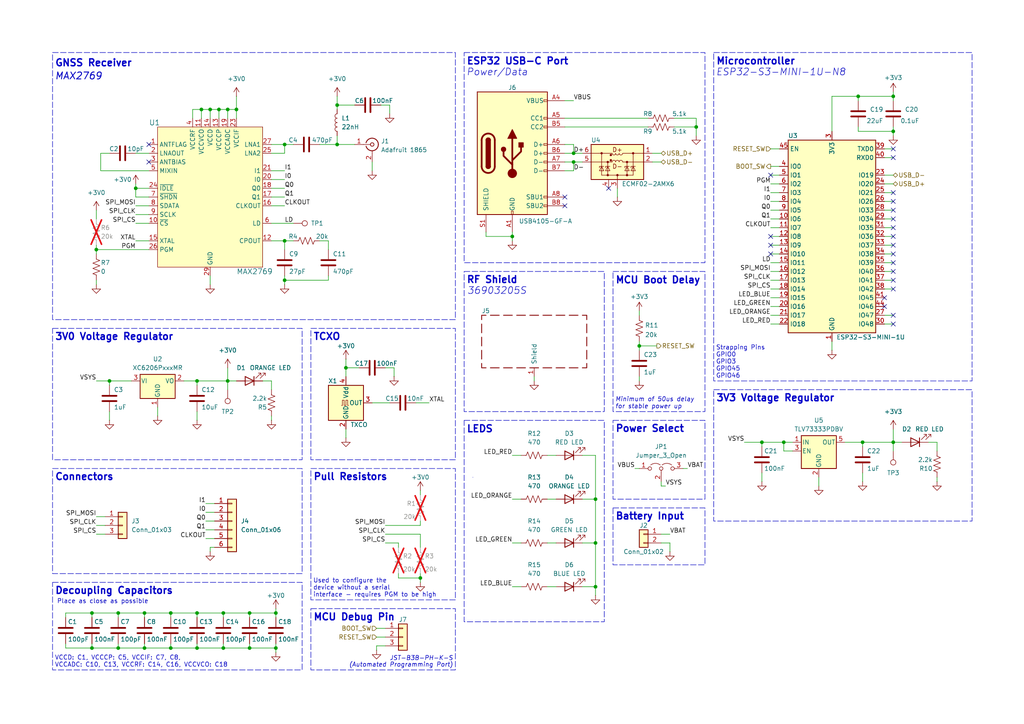
<source format=kicad_sch>
(kicad_sch (version 20231120) (generator "eeschema") (generator_version "8.0")
  (paper "A4")
  (title_block (title "Aurora GNSS Receiver v0.1") (date "2025-05-05") (rev "A") (company "Illinois Space Society") (comment 1 "Based off of iliasam's STM32F4_SDR_GPS") (comment 4 "Contributors: Thomas McManamen"))
  (lib_symbols
    (symbol "+3V3_1" (power) (pin_numbers hide) (pin_names (offset 0) hide)
      (property "Value" "+3V3" (at 0 3.556 0))
      (symbol "+3V3_1_1_1"
        (pin power_in line (at 0 0 90) (length 0) (name "~") (number "1"))
      )
    )
    (symbol "Connector:Conn_Coaxial" (pin_names (offset 1.016) hide)
      (property "Reference" "J" (at 0.254 3.048 0))
      (property "Value" "Conn_Coaxial" (at 2.921 0 90))
      (symbol "Conn_Coaxial_1_1"
        (pin passive line (at -5.08 0 0) (length 2.54) (name "In") (number "1"))
        (pin passive line (at 0 -5.08 90) (length 2.54) (name "Ext") (number "2"))
      )
    )
    (symbol "Connector:TestPoint" (pin_numbers hide) (pin_names (offset 0.762) hide)
      (property "Reference" "TP" (at 0 6.858 0))
      (property "Value" "TestPoint" (at 0 5.08 0))
      (symbol "TestPoint_1_1"
        (pin passive line (at 0 0 90) (length 2.54) (name "1") (number "1"))
      )
    )
    (symbol "Connector:USB_C_Receptacle_USB2.0" (pin_names (offset 1.016))
      (property "Reference" "J101" (at 0 22.86 0))
      (property "Value" "USB4105-GF-A" (at 0 20.32 0))
      (symbol "USB_C_Receptacle_USB2.0_1_1"
        (pin passive line (at 0 -22.86 90) (length 5.08) (name "GND") (number "A1"))
        (pin passive line (at 0 -22.86 90) (length 5.08) hide (name "GND") (number "A12"))
        (pin passive line (at 15.24 15.24 180) (length 5.08) (name "VBUS") (number "A4"))
        (pin bidirectional line (at 15.24 10.16 180) (length 5.08) (name "CC1") (number "A5"))
        (pin bidirectional line (at 15.24 2.54 180) (length 5.08) (name "D+") (number "A6"))
        (pin bidirectional line (at 15.24 -2.54 180) (length 5.08) (name "D-") (number "A7"))
        (pin bidirectional line (at 15.24 -12.7 180) (length 5.08) (name "SBU1") (number "A8"))
        (pin passive line (at 15.24 15.24 180) (length 5.08) hide (name "VBUS") (number "A9"))
        (pin passive line (at 0 -22.86 90) (length 5.08) hide (name "GND") (number "B1"))
        (pin passive line (at 0 -22.86 90) (length 5.08) hide (name "GND") (number "B12"))
        (pin passive line (at 15.24 15.24 180) (length 5.08) hide (name "VBUS") (number "B4"))
        (pin bidirectional line (at 15.24 7.62 180) (length 5.08) (name "CC2") (number "B5"))
        (pin bidirectional line (at 15.24 0 180) (length 5.08) (name "D+") (number "B6"))
        (pin bidirectional line (at 15.24 -5.08 180) (length 5.08) (name "D-") (number "B7"))
        (pin bidirectional line (at 15.24 -15.24 180) (length 5.08) (name "SBU2") (number "B8"))
        (pin passive line (at 15.24 15.24 180) (length 5.08) hide (name "VBUS") (number "B9"))
        (pin passive line (at -7.62 -22.86 90) (length 5.08) (name "SHIELD") (number "S1"))
      )
    )
    (symbol "Connector_Generic:Conn_01x02" (pin_names (offset 1.016) hide)
      (property "Reference" "J" (at 0 2.54 0))
      (property "Value" "Conn_01x02" (at 0 -5.08 0))
      (symbol "Conn_01x02_1_1"
        (pin passive line (at -5.08 0 0) (length 3.81) (name "Pin_1") (number "1"))
        (pin passive line (at -5.08 -2.54 0) (length 3.81) (name "Pin_2") (number "2"))
      )
    )
    (symbol "Connector_Generic:Conn_01x03" (pin_names (offset 1.016) hide)
      (property "Reference" "J" (at 0 5.08 0))
      (property "Value" "Conn_01x03" (at 0 -5.08 0))
      (symbol "Conn_01x03_1_1"
        (pin passive line (at -5.08 2.54 0) (length 3.81) (name "Pin_1") (number "1"))
        (pin passive line (at -5.08 0 0) (length 3.81) (name "Pin_2") (number "2"))
        (pin passive line (at -5.08 -2.54 0) (length 3.81) (name "Pin_3") (number "3"))
      )
    )
    (symbol "Connector_Generic:Conn_01x06" (pin_names (offset 1.016) hide)
      (property "Reference" "J" (at 0 7.62 0))
      (property "Value" "Conn_01x06" (at 0 -10.16 0))
      (symbol "Conn_01x06_1_1"
        (pin passive line (at -5.08 5.08 0) (length 3.81) (name "Pin_1") (number "1"))
        (pin passive line (at -5.08 2.54 0) (length 3.81) (name "Pin_2") (number "2"))
        (pin passive line (at -5.08 0 0) (length 3.81) (name "Pin_3") (number "3"))
        (pin passive line (at -5.08 -2.54 0) (length 3.81) (name "Pin_4") (number "4"))
        (pin passive line (at -5.08 -5.08 0) (length 3.81) (name "Pin_5") (number "5"))
        (pin passive line (at -5.08 -7.62 0) (length 3.81) (name "Pin_6") (number "6"))
      )
    )
    (symbol "Device:C" (pin_numbers hide) (pin_names (offset 0.254))
      (property "Reference" "C" (at 0.635 2.54 0))
      (property "Value" "C" (at 0.635 -2.54 0))
      (symbol "C_1_1"
        (pin passive line (at 0 3.81 270) (length 2.794) (name "~") (number "1"))
        (pin passive line (at 0 -3.81 90) (length 2.794) (name "~") (number "2"))
      )
    )
    (symbol "Device:L" (pin_numbers hide) (pin_names (offset 1.016) hide)
      (property "Reference" "L" (at -1.27 0 90))
      (property "Value" "L" (at 1.905 0 90))
      (symbol "L_1_1"
        (pin passive line (at 0 3.81 270) (length 1.27) (name "1") (number "1"))
        (pin passive line (at 0 -3.81 90) (length 1.27) (name "2") (number "2"))
      )
    )
    (symbol "Device:LED" (pin_numbers hide) (pin_names (offset 1.016) hide)
      (property "Reference" "D" (at 0 2.54 0))
      (property "Value" "LED" (at 0 -2.54 0))
      (symbol "LED_1_1"
        (pin passive line (at -3.81 0 0) (length 2.54) (name "K") (number "1"))
        (pin passive line (at 3.81 0 180) (length 2.54) (name "A") (number "2"))
      )
    )
    (symbol "Device:RFShield_OnePiece" (pin_names (offset 1.016))
      (property "Reference" "J" (at 0 5.08 0))
      (property "Value" "RFShield_OnePiece" (at 0 2.54 0))
      (symbol "RFShield_OnePiece_1_1"
        (pin passive line (at 0 -10.16 90) (length 2.54) (name "Shield") (number "1"))
      )
    )
    (symbol "Device:R_US" (pin_numbers hide) (pin_names (offset 0))
      (property "Reference" "R" (at 2.54 0 90))
      (property "Value" "R_US" (at -2.54 0 90))
      (symbol "R_US_1_1"
        (pin passive line (at 0 3.81 270) (length 1.27) (name "~") (number "1"))
        (pin passive line (at 0 -3.81 90) (length 1.27) (name "~") (number "2"))
      )
    )
    (symbol "Jumper:Jumper_3_Open" (pin_names (offset 0) hide) (exclude_from_sim yes) (in_bom no)
      (property "Reference" "JP" (at -2.54 -2.54 0))
      (property "Value" "Jumper_3_Open" (at 0 2.794 0))
      (symbol "Jumper_3_Open_1_1"
        (pin passive line (at -6.35 0 0) (length 2.54) (name "A") (number "1"))
        (pin passive line (at 0 -3.81 90) (length 2.54) (name "C") (number "2"))
        (pin passive line (at 6.35 0 180) (length 2.54) (name "B") (number "3"))
      )
    )
    (symbol "Oscillator:ASE-xxxMHz" (pin_names (offset 0.254))
      (property "Reference" "X1" (at 12.7 6.3186 0))
      (property "Value" "TXCO" (at 12.7 3.7786 0))
      (symbol "ASE-xxxMHz_1_1"
        (pin no_connect line (at -7.62 0 0) (length 2.54) hide (name "NC") (number "1"))
        (pin power_in line (at 0 -7.62 90) (length 2.54) (name "GND") (number "2"))
        (pin output line (at 7.62 0 180) (length 2.54) (name "OUT") (number "3"))
        (pin power_in line (at 0 7.62 270) (length 2.54) (name "Vdd") (number "4"))
      )
    )
    (symbol "Power_Protection:ECMF02-2AMX6" (pin_names (offset 0.0254) hide)
      (property "Reference" "U" (at 0 10.16 0))
      (property "Value" "ECMF02-2AMX6" (at 0 7.62 0))
      (symbol "ECMF02-2AMX6_0_1"
        (text "D+" (at 0 3.556 0) (effects (font (size 1.27 1.27))))
        (text "D-" (at 0 -1.27 0) (effects (font (size 1.27 1.27))))
      )
      (symbol "ECMF02-2AMX6_1_1"
        (pin passive line (at -10.16 2.54 0) (length 2.54) (name "D+_in") (number "1"))
        (pin passive line (at -10.16 0 0) (length 2.54) (name "D-_in") (number "2"))
        (pin power_in line (at 0 -7.62 90) (length 2.54) (name "GND") (number "3"))
        (pin free line (at 2.54 -7.62 90) (length 2.54) (name "NC") (number "4"))
        (pin passive line (at 10.16 0 180) (length 2.54) (name "D-_out") (number "5"))
        (pin passive line (at 10.16 2.54 180) (length 2.54) (name "D+_out") (number "6"))
      )
    )
    (symbol "RF_GPS_Maxim:MAX2769"
      (property "Reference" "U" (at -15.24 22.86 0))
      (property "Value" "MAX2769" (at 10.16 -22.86 0))
      (symbol "MAX2769_1_1"
        (pin output line (at -17.78 15.24 0) (length 2.54) (name "ANTFLAG") (number "1"))
        (pin input line (at -17.78 -7.62 0) (length 2.54) (name "~{CS}") (number "10"))
        (pin power_in line (at -2.54 22.86 270) (length 2.54) (name "VCCVCO") (number "11"))
        (pin output line (at 17.78 -12.7 180) (length 2.54) (name "CPOUT") (number "12"))
        (pin power_in line (at 2.54 22.86 270) (length 2.54) (name "VCCCP") (number "13"))
        (pin power_in line (at 0 22.86 270) (length 2.54) (name "VCCD") (number "14"))
        (pin input line (at -17.78 -12.7 0) (length 2.54) (name "XTAL") (number "15"))
        (pin output line (at 17.78 -2.54 180) (length 2.54) (name "CLKOUT") (number "16"))
        (pin output line (at 17.78 0 180) (length 2.54) (name "Q1") (number "17"))
        (pin output line (at 17.78 2.54 180) (length 2.54) (name "Q0") (number "18"))
        (pin power_in line (at 5.08 22.86 270) (length 2.54) (name "VCCADC") (number "19"))
        (pin output line (at -17.78 12.7 0) (length 2.54) (name "LNAOUT") (number "2"))
        (pin output line (at 17.78 5.08 180) (length 2.54) (name "I0") (number "20"))
        (pin output line (at 17.78 7.62 180) (length 2.54) (name "I1") (number "21"))
        (pin no_connect line (at 15.24 -17.78 180) (length 2.54) hide (name "NC") (number "22"))
        (pin power_in line (at 7.62 22.86 270) (length 2.54) (name "VCCIF") (number "23"))
        (pin input line (at -17.78 2.54 0) (length 2.54) (name "~{IDLE}") (number "24"))
        (pin input line (at 17.78 12.7 180) (length 2.54) (name "LNA2") (number "25"))
        (pin input line (at -17.78 -15.24 0) (length 2.54) (name "PGM") (number "26"))
        (pin input line (at 17.78 15.24 180) (length 2.54) (name "LNA1") (number "27"))
        (pin no_connect line (at 15.24 -17.78 180) (length 2.54) hide (name "NC") (number "28"))
        (pin power_in line (at 0 -22.86 90) (length 2.54) (name "GND") (number "29"))
        (pin output line (at -17.78 10.16 0) (length 2.54) (name "ANTBIAS") (number "3"))
        (pin power_in line (at -5.08 22.86 270) (length 2.54) (name "VCCRF") (number "4"))
        (pin input line (at -17.78 7.62 0) (length 2.54) (name "MIXIN") (number "5"))
        (pin output line (at 17.78 -7.62 180) (length 2.54) (name "LD") (number "6"))
        (pin input line (at -17.78 0 0) (length 2.54) (name "~{SHDN}") (number "7"))
        (pin input line (at -17.78 -2.54 0) (length 2.54) (name "SDATA") (number "8"))
        (pin input line (at -17.78 -5.08 0) (length 2.54) (name "SCLK") (number "9"))
      )
    )
    (symbol "RF_Module:ESP32-S3-MINI-1U"
      (property "Reference" "U" (at -11.43 29.21 0))
      (property "Value" "ESP32-S3-MINI-1U" (at 12.7 29.21 0))
      (symbol "ESP32-S3-MINI-1U_1_1"
        (pin power_in line (at 0 -30.48 90) (length 2.54) (name "GND") (number "1"))
        (pin bidirectional line (at -15.24 5.08 0) (length 2.54) (name "IO6") (number "10"))
        (pin bidirectional line (at -15.24 2.54 0) (length 2.54) (name "IO7") (number "11"))
        (pin bidirectional line (at -15.24 0 0) (length 2.54) (name "IO8") (number "12"))
        (pin bidirectional line (at -15.24 -2.54 0) (length 2.54) (name "IO9") (number "13"))
        (pin bidirectional line (at -15.24 -5.08 0) (length 2.54) (name "IO10") (number "14"))
        (pin bidirectional line (at -15.24 -7.62 0) (length 2.54) (name "IO11") (number "15"))
        (pin bidirectional line (at -15.24 -10.16 0) (length 2.54) (name "IO12") (number "16"))
        (pin bidirectional line (at -15.24 -12.7 0) (length 2.54) (name "IO13") (number "17"))
        (pin bidirectional line (at -15.24 -15.24 0) (length 2.54) (name "IO14") (number "18"))
        (pin bidirectional line (at -15.24 -17.78 0) (length 2.54) (name "IO15") (number "19"))
        (pin passive line (at 0 -30.48 90) (length 2.54) hide (name "GND") (number "2"))
        (pin bidirectional line (at -15.24 -20.32 0) (length 2.54) (name "IO16") (number "20"))
        (pin bidirectional line (at -15.24 -22.86 0) (length 2.54) (name "IO17") (number "21"))
        (pin bidirectional line (at -15.24 -25.4 0) (length 2.54) (name "IO18") (number "22"))
        (pin bidirectional line (at 15.24 17.78 180) (length 2.54) (name "IO19") (number "23"))
        (pin bidirectional line (at 15.24 15.24 180) (length 2.54) (name "IO20") (number "24"))
        (pin bidirectional line (at 15.24 12.7 180) (length 2.54) (name "IO21") (number "25"))
        (pin bidirectional line (at 15.24 10.16 180) (length 2.54) (name "IO26") (number "26"))
        (pin bidirectional line (at 15.24 -22.86 180) (length 2.54) (name "IO47") (number "27"))
        (pin bidirectional line (at 15.24 7.62 180) (length 2.54) (name "IO33") (number "28"))
        (pin bidirectional line (at 15.24 5.08 180) (length 2.54) (name "IO34") (number "29"))
        (pin power_in line (at 0 30.48 270) (length 2.54) (name "3V3") (number "3"))
        (pin bidirectional line (at 15.24 -25.4 180) (length 2.54) (name "IO48") (number "30"))
        (pin bidirectional line (at 15.24 2.54 180) (length 2.54) (name "IO35") (number "31"))
        (pin bidirectional line (at 15.24 0 180) (length 2.54) (name "IO36") (number "32"))
        (pin bidirectional line (at 15.24 -2.54 180) (length 2.54) (name "IO37") (number "33"))
        (pin bidirectional line (at 15.24 -5.08 180) (length 2.54) (name "IO38") (number "34"))
        (pin bidirectional line (at 15.24 -7.62 180) (length 2.54) (name "IO39") (number "35"))
        (pin bidirectional line (at 15.24 -10.16 180) (length 2.54) (name "IO40") (number "36"))
        (pin bidirectional line (at 15.24 -12.7 180) (length 2.54) (name "IO41") (number "37"))
        (pin bidirectional line (at 15.24 -15.24 180) (length 2.54) (name "IO42") (number "38"))
        (pin bidirectional line (at 15.24 25.4 180) (length 2.54) (name "TXD0") (number "39"))
        (pin bidirectional line (at -15.24 20.32 0) (length 2.54) (name "IO0") (number "4"))
        (pin bidirectional line (at 15.24 22.86 180) (length 2.54) (name "RXD0") (number "40"))
        (pin bidirectional line (at 15.24 -17.78 180) (length 2.54) (name "IO45") (number "41"))
        (pin passive line (at 0 -30.48 90) (length 2.54) hide (name "GND") (number "42"))
        (pin passive line (at 0 -30.48 90) (length 2.54) hide (name "GND") (number "43"))
        (pin bidirectional line (at 15.24 -20.32 180) (length 2.54) (name "IO46") (number "44"))
        (pin input line (at -15.24 25.4 0) (length 2.54) (name "EN") (number "45"))
        (pin passive line (at 0 -30.48 90) (length 2.54) hide (name "GND") (number "46"))
        (pin passive line (at 0 -30.48 90) (length 2.54) hide (name "GND") (number "47"))
        (pin passive line (at 0 -30.48 90) (length 2.54) hide (name "GND") (number "48"))
        (pin passive line (at 0 -30.48 90) (length 2.54) hide (name "GND") (number "49"))
        (pin bidirectional line (at -15.24 17.78 0) (length 2.54) (name "IO1") (number "5"))
        (pin passive line (at 0 -30.48 90) (length 2.54) hide (name "GND") (number "50"))
        (pin passive line (at 0 -30.48 90) (length 2.54) hide (name "GND") (number "51"))
        (pin passive line (at 0 -30.48 90) (length 2.54) hide (name "GND") (number "52"))
        (pin passive line (at 0 -30.48 90) (length 2.54) hide (name "GND") (number "53"))
        (pin passive line (at 0 -30.48 90) (length 2.54) hide (name "GND") (number "54"))
        (pin passive line (at 0 -30.48 90) (length 2.54) hide (name "GND") (number "55"))
        (pin passive line (at 0 -30.48 90) (length 2.54) hide (name "GND") (number "56"))
        (pin passive line (at 0 -30.48 90) (length 2.54) hide (name "GND") (number "57"))
        (pin passive line (at 0 -30.48 90) (length 2.54) hide (name "GND") (number "58"))
        (pin passive line (at 0 -30.48 90) (length 2.54) hide (name "GND") (number "59"))
        (pin bidirectional line (at -15.24 15.24 0) (length 2.54) (name "IO2") (number "6"))
        (pin passive line (at 0 -30.48 90) (length 2.54) hide (name "GND") (number "60"))
        (pin passive line (at 0 -30.48 90) (length 2.54) hide (name "GND") (number "61"))
        (pin passive line (at 0 -30.48 90) (length 2.54) hide (name "GND") (number "62"))
        (pin passive line (at 0 -30.48 90) (length 2.54) hide (name "GND") (number "63"))
        (pin passive line (at 0 -30.48 90) (length 2.54) hide (name "GND") (number "64"))
        (pin passive line (at 0 -30.48 90) (length 2.54) hide (name "GND") (number "65"))
        (pin bidirectional line (at -15.24 12.7 0) (length 2.54) (name "IO3") (number "7"))
        (pin bidirectional line (at -15.24 10.16 0) (length 2.54) (name "IO4") (number "8"))
        (pin bidirectional line (at -15.24 7.62 0) (length 2.54) (name "IO5") (number "9"))
      )
    )
    (symbol "Regulator_Linear:TLV73333PDBV" (pin_names (offset 0.254))
      (property "Reference" "U" (at -3.81 5.715 0))
      (property "Value" "TLV73333PDBV" (at 0 5.715 0))
      (symbol "TLV73333PDBV_1_1"
        (pin power_in line (at -7.62 2.54 0) (length 2.54) (name "IN") (number "1"))
        (pin power_in line (at 0 -7.62 90) (length 2.54) (name "GND") (number "2"))
        (pin input line (at -7.62 0 0) (length 2.54) (name "EN") (number "3"))
        (pin no_connect line (at 5.08 0 180) (length 2.54) hide (name "NC") (number "4"))
        (pin power_out line (at 7.62 2.54 180) (length 2.54) (name "OUT") (number "5"))
      )
    )
    (symbol "Regulator_Linear:XC6206PxxxMR" (pin_names (offset 0.254))
      (property "Reference" "U" (at -3.81 3.175 0))
      (property "Value" "XC6206PxxxMR" (at 0 3.175 0))
      (symbol "XC6206PxxxMR_1_1"
        (pin power_in line (at 0 -7.62 90) (length 2.54) (name "GND") (number "1"))
        (pin power_out line (at 7.62 0 180) (length 2.54) (name "VO") (number "2"))
        (pin power_in line (at -7.62 0 0) (length 2.54) (name "VI") (number "3"))
      )
    )
    (symbol "power:+3V0" (power) (pin_numbers hide) (pin_names (offset 0) hide)
      (property "Value" "+3V0" (at 0 3.556 0))
      (symbol "+3V0_1_1"
        (pin power_in line (at 0 0 90) (length 0) (name "~") (number "1"))
      )
    )
    (symbol "power:+3V3" (power) (pin_names (offset 0))
      (property "Value" "+3V3" (at 0 3.556 0))
      (symbol "+3V3_1_1"
        (pin power_in line (at 0 0 90) (length 0) hide (name "+3V3") (number "1"))
      )
    )
    (symbol "power:GND" (power) (pin_numbers hide) (pin_names (offset 0) hide)
      (property "Value" "GND" (at 0 -3.81 0))
      (symbol "GND_1_1"
        (pin power_in line (at 0 0 270) (length 0) (name "~") (number "1"))
      )
    )
  )
  (junction (at 26.67 177.8))
  (junction (at 68.58 31.75))
  (junction (at 248.92 27.94))
  (junction (at 57.15 187.96))
  (junction (at 49.53 177.8))
  (junction (at 64.77 177.8))
  (junction (at 80.01 177.8))
  (junction (at 201.93 36.83))
  (junction (at 82.55 81.28))
  (junction (at 49.53 187.96))
  (junction (at 64.77 187.96))
  (junction (at 58.42 31.75))
  (junction (at 63.5 31.75))
  (junction (at 41.91 177.8))
  (junction (at 57.15 110.49))
  (junction (at 97.79 41.91))
  (junction (at 41.91 187.96))
  (junction (at 26.67 187.96))
  (junction (at 220.98 128.27))
  (junction (at 166.37 46.99))
  (junction (at 172.72 157.48))
  (junction (at 97.79 30.48))
  (junction (at 72.39 187.96))
  (junction (at 60.96 31.75))
  (junction (at 100.33 106.68))
  (junction (at 31.75 110.49))
  (junction (at 34.29 187.96))
  (junction (at 185.42 100.33))
  (junction (at 227.33 128.27))
  (junction (at 121.92 167.64))
  (junction (at 250.19 128.27))
  (junction (at 82.55 69.85))
  (junction (at 72.39 177.8))
  (junction (at 259.08 128.27))
  (junction (at 82.55 41.91))
  (junction (at 34.29 177.8))
  (junction (at 172.72 170.18))
  (junction (at 259.08 38.1))
  (junction (at 27.94 72.39))
  (junction (at 66.04 110.49))
  (junction (at 166.37 44.45))
  (junction (at 80.01 187.96))
  (junction (at 259.08 27.94))
  (junction (at 66.04 31.75))
  (junction (at 172.72 144.78))
  (junction (at 39.37 54.61))
  (junction (at 57.15 177.8))
  (junction (at 148.59 68.58))
  (no_connect (at 259.08 66.04))
  (no_connect (at 223.52 71.12))
  (no_connect (at 43.18 41.91))
  (no_connect (at 259.08 91.44))
  (no_connect (at 176.53 54.61))
  (no_connect (at 163.83 59.69))
  (no_connect (at 259.08 45.72))
  (no_connect (at 223.52 68.58))
  (no_connect (at 256.54 86.36))
  (no_connect (at 259.08 60.96))
  (no_connect (at 259.08 78.74))
  (no_connect (at 259.08 83.82))
  (no_connect (at 259.08 71.12))
  (no_connect (at 259.08 81.28))
  (no_connect (at 256.54 88.9))
  (no_connect (at 259.08 58.42))
  (no_connect (at 163.83 57.15))
  (no_connect (at 259.08 73.66))
  (no_connect (at 259.08 55.88))
  (no_connect (at 259.08 76.2))
  (no_connect (at 259.08 93.98))
  (no_connect (at 259.08 43.18))
  (no_connect (at 43.18 46.99))
  (no_connect (at 259.08 63.5))
  (no_connect (at 223.52 73.66))
  (no_connect (at 259.08 68.58))
  (no_connect (at 223.52 50.8))
  (wire (pts (xy 179.07 57.15) (xy 179.07 54.61)))
  (wire (pts (xy 31.75 119.38) (xy 31.75 121.92)))
  (wire (pts (xy 113.03 30.48) (xy 110.49 30.48)))
  (wire (pts (xy 39.37 62.23) (xy 43.18 62.23)))
  (wire (pts (xy 168.91 157.48) (xy 172.72 157.48)))
  (wire (pts (xy 64.77 186.69) (xy 64.77 187.96)))
  (wire (pts (xy 248.92 36.83) (xy 248.92 38.1)))
  (wire (pts (xy 59.69 148.59) (xy 62.23 148.59)))
  (wire (pts (xy 226.06 73.66) (xy 223.52 73.66)))
  (wire (pts (xy 121.92 154.94) (xy 121.92 158.75)))
  (wire (pts (xy 259.08 81.28) (xy 256.54 81.28)))
  (wire (pts (xy 148.59 170.18) (xy 151.13 170.18)))
  (wire (pts (xy 121.92 151.13) (xy 121.92 152.4)))
  (wire (pts (xy 271.78 128.27) (xy 271.78 130.81)))
  (wire (pts (xy 194.31 154.94) (xy 191.77 154.94)))
  (wire (pts (xy 172.72 132.08) (xy 168.91 132.08)))
  (wire (pts (xy 72.39 187.96) (xy 64.77 187.96)))
  (wire (pts (xy 41.91 177.8) (xy 41.91 179.07)))
  (wire (pts (xy 121.92 168.91) (xy 121.92 167.64)))
  (wire (pts (xy 82.55 59.69) (xy 78.74 59.69)))
  (wire (pts (xy 185.42 90.17) (xy 185.42 91.44)))
  (wire (pts (xy 148.59 157.48) (xy 151.13 157.48)))
  (wire (pts (xy 115.57 157.48) (xy 115.57 158.75)))
  (wire (pts (xy 185.42 99.06) (xy 185.42 100.33)))
  (wire (pts (xy 193.04 140.97) (xy 191.77 140.97)))
  (wire (pts (xy 97.79 30.48) (xy 102.87 30.48)))
  (wire (pts (xy 39.37 69.85) (xy 43.18 69.85)))
  (wire (pts (xy 115.57 167.64) (xy 115.57 166.37)))
  (wire (pts (xy 82.55 52.07) (xy 78.74 52.07)))
  (wire (pts (xy 82.55 49.53) (xy 78.74 49.53)))
  (wire (pts (xy 27.94 110.49) (xy 31.75 110.49)))
  (wire (pts (xy 66.04 110.49) (xy 68.58 110.49)))
  (wire (pts (xy 199.39 135.89) (xy 198.12 135.89)))
  (wire (pts (xy 158.75 132.08) (xy 161.29 132.08)))
  (wire (pts (xy 66.04 31.75) (xy 66.04 34.29)))
  (wire (pts (xy 49.53 187.96) (xy 41.91 187.96)))
  (wire (pts (xy 34.29 186.69) (xy 34.29 187.96)))
  (wire (pts (xy 49.53 177.8) (xy 49.53 179.07)))
  (wire (pts (xy 39.37 57.15) (xy 39.37 54.61)))
  (wire (pts (xy 226.06 76.2) (xy 223.52 76.2)))
  (wire (pts (xy 85.09 41.91) (xy 82.55 41.91)))
  (wire (pts (xy 95.25 69.85) (xy 95.25 72.39)))
  (wire (pts (xy 259.08 124.46) (xy 259.08 128.27)))
  (wire (pts (xy 82.55 82.55) (xy 82.55 81.28)))
  (wire (pts (xy 114.3 106.68) (xy 111.76 106.68)))
  (wire (pts (xy 82.55 69.85) (xy 78.74 69.85)))
  (wire (pts (xy 269.24 128.27) (xy 271.78 128.27)))
  (wire (pts (xy 60.96 160.02) (xy 60.96 158.75)))
  (wire (pts (xy 49.53 186.69) (xy 49.53 187.96)))
  (wire (pts (xy 194.31 160.02) (xy 194.31 157.48)))
  (wire (pts (xy 113.03 33.02) (xy 113.03 30.48)))
  (wire (pts (xy 121.92 167.64) (xy 115.57 167.64)))
  (wire (pts (xy 223.52 50.8) (xy 226.06 50.8)))
  (wire (pts (xy 223.52 60.96) (xy 226.06 60.96)))
  (wire (pts (xy 215.9 128.27) (xy 220.98 128.27)))
  (wire (pts (xy 39.37 64.77) (xy 43.18 64.77)))
  (wire (pts (xy 226.06 81.28) (xy 223.52 81.28)))
  (wire (pts (xy 227.33 128.27) (xy 229.87 128.27)))
  (wire (pts (xy 259.08 55.88) (xy 256.54 55.88)))
  (wire (pts (xy 57.15 177.8) (xy 57.15 179.07)))
  (wire (pts (xy 163.83 36.83) (xy 187.96 36.83)))
  (wire (pts (xy 68.58 31.75) (xy 66.04 31.75)))
  (wire (pts (xy 82.55 69.85) (xy 85.09 69.85)))
  (wire (pts (xy 82.55 57.15) (xy 78.74 57.15)))
  (wire (pts (xy 111.76 187.325) (xy 109.22 187.325)))
  (wire (pts (xy 92.71 69.85) (xy 95.25 69.85)))
  (wire (pts (xy 223.52 43.18) (xy 226.06 43.18)))
  (wire (pts (xy 166.37 49.53) (xy 163.83 49.53)))
  (wire (pts (xy 64.77 177.8) (xy 64.77 179.07)))
  (wire (pts (xy 34.29 177.8) (xy 41.91 177.8)))
  (wire (pts (xy 185.42 109.22) (xy 185.42 110.49)))
  (wire (pts (xy 226.06 83.82) (xy 223.52 83.82)))
  (wire (pts (xy 220.98 137.16) (xy 220.98 139.7)))
  (wire (pts (xy 58.42 31.75) (xy 58.42 34.29)))
  (wire (pts (xy 223.52 58.42) (xy 226.06 58.42)))
  (wire (pts (xy 259.08 91.44) (xy 256.54 91.44)))
  (wire (pts (xy 250.19 128.27) (xy 250.19 129.54)))
  (wire (pts (xy 166.37 46.99) (xy 166.37 49.53)))
  (wire (pts (xy 41.91 187.96) (xy 34.29 187.96)))
  (wire (pts (xy 34.29 187.96) (xy 26.67 187.96)))
  (wire (pts (xy 100.33 104.14) (xy 100.33 106.68)))
  (wire (pts (xy 259.08 76.2) (xy 256.54 76.2)))
  (wire (pts (xy 166.37 46.99) (xy 168.91 46.99)))
  (wire (pts (xy 78.74 120.65) (xy 78.74 121.92)))
  (wire (pts (xy 39.37 59.69) (xy 43.18 59.69)))
  (wire (pts (xy 223.52 55.88) (xy 226.06 55.88)))
  (wire (pts (xy 220.98 128.27) (xy 227.33 128.27)))
  (wire (pts (xy 19.05 179.07) (xy 19.05 177.8)))
  (wire (pts (xy 41.91 177.8) (xy 49.53 177.8)))
  (wire (pts (xy 185.42 100.33) (xy 185.42 101.6)))
  (wire (pts (xy 80.01 177.8) (xy 80.01 179.07)))
  (wire (pts (xy 172.72 144.78) (xy 172.72 157.48)))
  (wire (pts (xy 58.42 31.75) (xy 55.88 31.75)))
  (wire (pts (xy 27.94 72.39) (xy 43.18 72.39)))
  (wire (pts (xy 226.06 66.04) (xy 223.52 66.04)))
  (wire (pts (xy 163.83 46.99) (xy 166.37 46.99)))
  (wire (pts (xy 172.72 144.78) (xy 168.91 144.78)))
  (wire (pts (xy 109.22 187.325) (xy 109.22 188.595)))
  (wire (pts (xy 95.25 81.28) (xy 95.25 80.01)))
  (wire (pts (xy 26.67 177.8) (xy 26.67 179.07)))
  (wire (pts (xy 27.94 60.96) (xy 27.94 63.5)))
  (wire (pts (xy 248.92 38.1) (xy 259.08 38.1)))
  (wire (pts (xy 31.75 110.49) (xy 31.75 111.76)))
  (wire (pts (xy 223.52 91.44) (xy 226.06 91.44)))
  (wire (pts (xy 80.01 186.69) (xy 80.01 187.96)))
  (wire (pts (xy 226.06 86.36) (xy 223.52 86.36)))
  (wire (pts (xy 66.04 106.68) (xy 66.04 110.49)))
  (wire (pts (xy 27.94 152.4) (xy 30.48 152.4)))
  (wire (pts (xy 184.15 135.89) (xy 185.42 135.89)))
  (wire (pts (xy 72.39 177.8) (xy 80.01 177.8)))
  (wire (pts (xy 63.5 31.75) (xy 60.96 31.75)))
  (wire (pts (xy 256.54 63.5) (xy 259.08 63.5)))
  (wire (pts (xy 29.21 49.53) (xy 43.18 49.53)))
  (wire (pts (xy 148.59 68.58) (xy 140.97 68.58)))
  (wire (pts (xy 97.79 39.37) (xy 97.79 41.91)))
  (wire (pts (xy 259.08 128.27) (xy 261.62 128.27)))
  (wire (pts (xy 57.15 186.69) (xy 57.15 187.96)))
  (wire (pts (xy 26.67 187.96) (xy 19.05 187.96)))
  (wire (pts (xy 60.96 31.75) (xy 60.96 34.29)))
  (wire (pts (xy 227.33 128.27) (xy 227.33 130.81)))
  (wire (pts (xy 250.19 137.16) (xy 250.19 139.7)))
  (wire (pts (xy 259.08 50.8) (xy 256.54 50.8)))
  (wire (pts (xy 59.69 156.21) (xy 62.23 156.21)))
  (wire (pts (xy 166.37 41.91) (xy 166.37 44.45)))
  (wire (pts (xy 78.74 44.45) (xy 82.55 44.45)))
  (wire (pts (xy 109.22 184.785) (xy 111.76 184.785)))
  (wire (pts (xy 100.33 106.68) (xy 104.14 106.68)))
  (wire (pts (xy 163.83 44.45) (xy 166.37 44.45)))
  (wire (pts (xy 111.76 152.4) (xy 121.92 152.4)))
  (wire (pts (xy 223.52 53.34) (xy 226.06 53.34)))
  (wire (pts (xy 43.18 57.15) (xy 39.37 57.15)))
  (wire (pts (xy 60.96 158.75) (xy 62.23 158.75)))
  (wire (pts (xy 29.21 44.45) (xy 29.21 49.53)))
  (wire (pts (xy 39.37 44.45) (xy 43.18 44.45)))
  (wire (pts (xy 80.01 189.23) (xy 80.01 187.96)))
  (wire (pts (xy 259.08 71.12) (xy 256.54 71.12)))
  (wire (pts (xy 82.55 80.01) (xy 82.55 81.28)))
  (wire (pts (xy 248.92 29.21) (xy 248.92 27.94)))
  (wire (pts (xy 124.46 116.84) (xy 120.65 116.84)))
  (wire (pts (xy 271.78 138.43) (xy 271.78 139.7)))
  (wire (pts (xy 259.08 36.83) (xy 259.08 38.1)))
  (wire (pts (xy 259.08 27.94) (xy 259.08 29.21)))
  (wire (pts (xy 195.58 36.83) (xy 201.93 36.83)))
  (wire (pts (xy 248.92 27.94) (xy 241.3 27.94)))
  (wire (pts (xy 63.5 31.75) (xy 63.5 34.29)))
  (wire (pts (xy 68.58 27.94) (xy 68.58 31.75)))
  (wire (pts (xy 148.59 132.08) (xy 151.13 132.08)))
  (wire (pts (xy 158.75 144.78) (xy 161.29 144.78)))
  (wire (pts (xy 60.96 31.75) (xy 58.42 31.75)))
  (wire (pts (xy 259.08 73.66) (xy 256.54 73.66)))
  (wire (pts (xy 256.54 58.42) (xy 259.08 58.42)))
  (wire (pts (xy 43.18 54.61) (xy 39.37 54.61)))
  (wire (pts (xy 259.08 68.58) (xy 256.54 68.58)))
  (wire (pts (xy 59.69 146.05) (xy 62.23 146.05)))
  (wire (pts (xy 41.91 186.69) (xy 41.91 187.96)))
  (wire (pts (xy 189.23 44.45) (xy 191.77 44.45)))
  (wire (pts (xy 57.15 110.49) (xy 66.04 110.49)))
  (wire (pts (xy 154.94 110.49) (xy 154.94 109.22)))
  (wire (pts (xy 82.55 41.91) (xy 82.55 44.45)))
  (wire (pts (xy 19.05 186.69) (xy 19.05 187.96)))
  (wire (pts (xy 220.98 128.27) (xy 220.98 129.54)))
  (wire (pts (xy 78.74 110.49) (xy 78.74 113.03)))
  (wire (pts (xy 256.54 43.18) (xy 259.08 43.18)))
  (wire (pts (xy 31.75 110.49) (xy 38.1 110.49)))
  (wire (pts (xy 111.76 157.48) (xy 115.57 157.48)))
  (wire (pts (xy 49.53 177.8) (xy 57.15 177.8)))
  (wire (pts (xy 256.54 93.98) (xy 259.08 93.98)))
  (wire (pts (xy 259.08 38.1) (xy 259.08 39.37)))
  (wire (pts (xy 166.37 29.21) (xy 163.83 29.21)))
  (wire (pts (xy 27.94 72.39) (xy 27.94 73.66)))
  (wire (pts (xy 256.54 45.72) (xy 259.08 45.72)))
  (wire (pts (xy 27.94 71.12) (xy 27.94 72.39)))
  (wire (pts (xy 82.55 54.61) (xy 78.74 54.61)))
  (wire (pts (xy 27.94 81.28) (xy 27.94 82.55)))
  (wire (pts (xy 97.79 30.48) (xy 97.79 31.75)))
  (wire (pts (xy 53.34 110.49) (xy 57.15 110.49)))
  (wire (pts (xy 194.31 157.48) (xy 191.77 157.48)))
  (wire (pts (xy 201.93 39.37) (xy 201.93 36.83)))
  (wire (pts (xy 39.37 54.61) (xy 39.37 53.34)))
  (wire (pts (xy 57.15 119.38) (xy 57.15 121.92)))
  (wire (pts (xy 195.58 34.29) (xy 201.93 34.29)))
  (wire (pts (xy 223.52 88.9) (xy 226.06 88.9)))
  (wire (pts (xy 19.05 177.8) (xy 26.67 177.8)))
  (wire (pts (xy 72.39 186.69) (xy 72.39 187.96)))
  (wire (pts (xy 172.72 172.72) (xy 172.72 170.18)))
  (wire (pts (xy 259.08 53.34) (xy 256.54 53.34)))
  (wire (pts (xy 259.08 27.94) (xy 259.08 26.67)))
  (wire (pts (xy 60.96 80.01) (xy 60.96 82.55)))
  (wire (pts (xy 148.59 144.78) (xy 151.13 144.78)))
  (wire (pts (xy 163.83 41.91) (xy 166.37 41.91)))
  (wire (pts (xy 57.15 111.76) (xy 57.15 110.49)))
  (wire (pts (xy 172.72 157.48) (xy 172.72 170.18)))
  (wire (pts (xy 59.69 153.67) (xy 62.23 153.67)))
  (wire (pts (xy 226.06 78.74) (xy 223.52 78.74)))
  (wire (pts (xy 226.06 71.12) (xy 223.52 71.12)))
  (wire (pts (xy 226.06 63.5) (xy 223.52 63.5)))
  (wire (pts (xy 166.37 44.45) (xy 168.91 44.45)))
  (wire (pts (xy 34.29 177.8) (xy 34.29 179.07)))
  (wire (pts (xy 148.59 68.58) (xy 148.59 69.85)))
  (wire (pts (xy 250.19 128.27) (xy 259.08 128.27)))
  (wire (pts (xy 26.67 177.8) (xy 34.29 177.8)))
  (wire (pts (xy 100.33 124.46) (xy 100.33 127)))
  (wire (pts (xy 76.2 110.49) (xy 78.74 110.49)))
  (wire (pts (xy 185.42 100.33) (xy 190.5 100.33)))
  (wire (pts (xy 64.77 177.8) (xy 72.39 177.8)))
  (wire (pts (xy 237.49 138.43) (xy 237.49 140.97)))
  (wire (pts (xy 66.04 110.49) (xy 66.04 113.03)))
  (wire (pts (xy 189.23 46.99) (xy 191.77 46.99)))
  (wire (pts (xy 97.79 27.94) (xy 97.79 30.48)))
  (wire (pts (xy 82.55 72.39) (xy 82.55 69.85)))
  (wire (pts (xy 57.15 177.8) (xy 64.77 177.8)))
  (wire (pts (xy 107.95 46.99) (xy 107.95 49.53)))
  (wire (pts (xy 78.74 41.91) (xy 82.55 41.91)))
  (wire (pts (xy 256.54 66.04) (xy 259.08 66.04)))
  (wire (pts (xy 27.94 149.86) (xy 30.48 149.86)))
  (wire (pts (xy 259.08 83.82) (xy 256.54 83.82)))
  (wire (pts (xy 226.06 48.26) (xy 223.52 48.26)))
  (wire (pts (xy 72.39 177.8) (xy 72.39 179.07)))
  (wire (pts (xy 92.71 41.91) (xy 97.79 41.91)))
  (wire (pts (xy 158.75 170.18) (xy 161.29 170.18)))
  (wire (pts (xy 45.72 118.11) (xy 45.72 120.65)))
  (wire (pts (xy 111.76 154.94) (xy 121.92 154.94)))
  (wire (pts (xy 227.33 130.81) (xy 229.87 130.81)))
  (wire (pts (xy 64.77 187.96) (xy 57.15 187.96)))
  (wire (pts (xy 172.72 132.08) (xy 172.72 144.78)))
  (wire (pts (xy 68.58 31.75) (xy 68.58 34.29)))
  (wire (pts (xy 66.04 31.75) (xy 63.5 31.75)))
  (wire (pts (xy 57.15 187.96) (xy 49.53 187.96)))
  (wire (pts (xy 55.88 31.75) (xy 55.88 34.29)))
  (wire (pts (xy 223.52 68.58) (xy 226.06 68.58)))
  (wire (pts (xy 168.91 170.18) (xy 172.72 170.18)))
  (wire (pts (xy 107.95 116.84) (xy 113.03 116.84)))
  (wire (pts (xy 245.11 128.27) (xy 250.19 128.27)))
  (wire (pts (xy 121.92 142.24) (xy 121.92 143.51)))
  (wire (pts (xy 163.83 34.29) (xy 187.96 34.29)))
  (wire (pts (xy 158.75 157.48) (xy 161.29 157.48)))
  (wire (pts (xy 191.77 140.97) (xy 191.77 139.7)))
  (wire (pts (xy 248.92 27.94) (xy 259.08 27.94)))
  (wire (pts (xy 114.3 109.22) (xy 114.3 106.68)))
  (wire (pts (xy 100.33 106.68) (xy 100.33 109.22)))
  (wire (pts (xy 80.01 176.53) (xy 80.01 177.8)))
  (wire (pts (xy 259.08 78.74) (xy 256.54 78.74)))
  (wire (pts (xy 31.75 44.45) (xy 29.21 44.45)))
  (wire (pts (xy 241.3 27.94) (xy 241.3 38.1)))
  (wire (pts (xy 241.3 99.06) (xy 241.3 101.6)))
  (wire (pts (xy 259.08 128.27) (xy 259.08 130.81)))
  (wire (pts (xy 78.74 64.77) (xy 85.09 64.77)))
  (wire (pts (xy 201.93 34.29) (xy 201.93 36.83)))
  (wire (pts (xy 121.92 166.37) (xy 121.92 167.64)))
  (wire (pts (xy 80.01 187.96) (xy 72.39 187.96)))
  (wire (pts (xy 102.87 41.91) (xy 97.79 41.91)))
  (wire (pts (xy 27.94 154.94) (xy 30.48 154.94)))
  (wire (pts (xy 148.59 67.31) (xy 148.59 68.58)))
  (wire (pts (xy 82.55 81.28) (xy 95.25 81.28)))
  (wire (pts (xy 140.97 67.31) (xy 140.97 68.58)))
  (wire (pts (xy 256.54 60.96) (xy 259.08 60.96)))
  (wire (pts (xy 223.52 93.98) (xy 226.06 93.98)))
  (wire (pts (xy 109.22 182.245) (xy 111.76 182.245)))
  (wire (pts (xy 59.69 151.13) (xy 62.23 151.13)))
  (wire (pts (xy 26.67 186.69) (xy 26.67 187.96)))
  (rectangle (start 15.24 15.24) (end 132.08 92.71) (stroke (width 0) (type dash)))
  (rectangle (start 90.17 135.89) (end 132.08 173.99) (stroke (width 0) (type dash)))
  (rectangle (start 90.17 95.25) (end 132.08 133.35) (stroke (width 0) (type dash)))
  (rectangle (start 134.62 78.74) (end 175.26 119.38) (stroke (width 0) (type dash)))
  (rectangle (start 177.8 121.92) (end 204.47 144.78) (stroke (width 0) (type dash)))
  (rectangle (start 177.8 78.74) (end 204.47 119.38) (stroke (width 0) (type dash)))
  (rectangle (start 134.62 121.92) (end 175.26 180.34) (stroke (width 0) (type dash)))
  (rectangle (start 90.17 176.53) (end 132.08 194.31) (stroke (width 0) (type dash)))
  (rectangle (start 207.01 113.03) (end 281.94 151.13) (stroke (width 0) (type dash)))
  (rectangle (start 137.16 138.43) (end 137.16 138.43))
  (rectangle (start 15.24 95.25) (end 87.63 133.35) (stroke (width 0) (type dash)))
  (rectangle (start 177.8 147.32) (end 204.47 163.83) (stroke (width 0) (type dash)))
  (rectangle (start 15.24 135.89) (end 87.63 166.37) (stroke (width 0) (type dash)))
  (rectangle (start 134.62 15.24) (end 204.47 76.2) (stroke (width 0) (type dash)))
  (rectangle (start 207.01 15.24) (end 281.94 110.49) (stroke (width 0) (type dash)))
  (rectangle (start 15.24 168.91) (end 87.63 194.31) (stroke (width 0) (type dash)))
  (text "MAX2769" (at 15.875 22.225 0) (effects (font (size 2 2) (thickness 0.25) (italic yes)) (justify left)))
  (text "LEDS" (at 135.255 125.73 0) (effects (font (size 2 2) (thickness 0.4) (bold yes)) (justify left bottom)))
  (text "Microcontroller" (at 207.645 19.05 0) (effects (font (size 2 2) (bold yes)) (justify left bottom)))
  (text "GNSS Receiver" (at 15.875 18.415 0) (effects (font (size 2 2) (thickness 0.4) (bold yes)) (justify left)))
  (text "Pull Resistors" (at 90.805 138.43 0) (effects (font (size 2 2) (thickness 0.4) (bold yes)) (justify left)))
  (text "Decoupling Capacitors" (at 15.875 171.45 0) (effects (font (size 2 2) (thickness 0.4) (bold yes)) (justify left)))
  (text "RF Shield" (at 135.255 81.28 0) (effects (font (size 2 2) (thickness 0.4) (bold yes)) (justify left)))
  (text "MCU Debug Pin\n\n" (at 90.805 183.515 0) (effects (font (size 2 2) (thickness 0.4) (bold yes)) (justify left bottom)))
  (text "Used to configure the \ndevice without a serial \ninterface - requires PGM to be high" (at 90.805 173.355 0) (effects (font (size 1.27 1.27)) (justify left bottom)))
  (text "3V0 Voltage Regulator" (at 15.875 97.79 0) (effects (font (size 2 2) (thickness 0.4) (bold yes)) (justify left)))
  (text "TCXO" (at 90.805 97.79 0) (effects (font (size 2 2) (thickness 0.4) (bold yes)) (justify left)))
  (text "JST-B3B-PH-K-S" (at 131.445 191.77 0) (effects (font (size 1.27 1.27) (italic yes)) (justify right bottom)))
  (text "Power/Data" (at 135.255 22.225 0) (effects (font (size 2 2) (italic yes)) (justify left bottom)))
  (text "36903205S" (at 144.145 84.455 0) (effects (font (size 2 2) (italic yes))))
  (text "MCU Boot Delay" (at 178.435 82.55 0) (effects (font (size 2 2) (thickness 0.4) (bold yes)) (justify left bottom)))
  (text "3V3 Voltage Regulator" (at 207.645 115.57 0) (effects (font (size 2 2) (thickness 0.4) (bold yes)) (justify left)))
  (text "Battery Input" (at 178.435 149.86 0) (effects (font (size 2 2) (thickness 0.4) (bold yes)) (justify left)))
  (text "Strapping Pins\nGPIO0\nGPIO3\nGPIO45\nGPIO46" (at 207.645 109.855 0) (effects (font (size 1.27 1.27)) (justify left bottom)))
  (text "Minimum of 50us delay\nfor stable power up\n" (at 178.435 118.745 0) (effects (font (size 1.27 1.27) (italic yes)) (justify left bottom)))
  (text "ESP32 USB-C Port\n" (at 135.255 19.05 0) (effects (font (size 2 2) (thickness 0.4) (bold yes)) (justify left bottom)))
  (text "Place as close as possible" (at 16.51 175.26 0) (effects (font (size 1.27 1.27)) (justify left bottom)))
  (text "VCCD: C1, VCCCP: C5, VCCIF: C7, C8, \nVCCADC: C10, C13, VCCRF: C14, C16, VCCVCO: C18" (at 15.875 193.675 0) (effects (font (size 1.27 1.27)) (justify left bottom)))
  (text "Connectors" (at 15.875 138.43 0) (effects (font (size 2 2) (thickness 0.4) (bold yes)) (justify left)))
  (text "ESP32-S3-MINI-1U-N8" (at 207.645 22.225 0) (effects (font (size 2 2) (italic yes)) (justify left bottom)))
  (text "(Automated Programming Port)" (at 131.445 193.675 0) (effects (font (size 1.27 1.27) (italic yes)) (justify right bottom)))
  (text "Power Select" (at 178.435 124.46 0) (effects (font (size 2 2) (thickness 0.4) (bold yes)) (justify left)))
  (label "LED_ORANGE" (at 223.52 91.44 180))
  (label "I1" (at 59.69 146.05 180))
  (label "Q1" (at 59.69 153.67 180))
  (label "LED_RED" (at 223.52 93.98 180))
  (label "Q1" (at 82.55 57.15 0))
  (label "LED_BLUE" (at 223.52 86.36 180))
  (label "SPI_CS" (at 39.37 64.77 180))
  (label "I0" (at 59.69 148.59 180))
  (label "SPI_CLK" (at 111.76 154.94 180))
  (label "CLKOUT" (at 59.69 156.21 180))
  (label "LED_RED" (at 148.59 132.08 180))
  (label "VBAT" (at 199.39 135.89 0))
  (label "D-" (at 166.37 49.53 0))
  (label "XTAL" (at 124.46 116.84 0))
  (label "VBAT" (at 194.31 154.94 0))
  (label "LED_ORANGE" (at 148.59 144.78 180))
  (label "SPI_CS" (at 111.76 157.48 180))
  (label "I0" (at 223.52 58.42 180))
  (label "XTAL" (at 39.37 69.85 180))
  (label "PGM" (at 223.52 53.34 180))
  (label "SPI_MOSI" (at 39.37 59.69 180))
  (label "VSYS" (at 193.04 140.97 0))
  (label "I1" (at 82.55 49.53 0))
  (label "Q0" (at 82.55 54.61 0))
  (label "Q0" (at 223.52 60.96 180))
  (label "SPI_CS" (at 223.52 83.82 180))
  (label "LD" (at 223.52 76.2 180))
  (label "SPI_CS" (at 27.94 154.94 180))
  (label "LED_GREEN" (at 223.52 88.9 180))
  (label "SPI_MOSI" (at 27.94 149.86 180))
  (label "SPI_CLK" (at 223.52 81.28 180))
  (label "Q1" (at 223.52 63.5 180))
  (label "SPI_MOSI" (at 223.52 78.74 180))
  (label "CLKOUT" (at 223.52 66.04 180))
  (label "LED_BLUE" (at 148.59 170.18 180))
  (label "I1" (at 223.52 55.88 180))
  (label "PGM" (at 39.37 72.39 180))
  (label "SPI_CLK" (at 39.37 62.23 180))
  (label "D+" (at 166.37 44.45 0))
  (label "I0" (at 82.55 52.07 0))
  (label "SPI_CLK" (at 27.94 152.4 180))
  (label "CLKOUT" (at 82.55 59.69 0))
  (label "VSYS" (at 27.94 110.49 180))
  (label "LED_GREEN" (at 148.59 157.48 180))
  (label "SPI_MOSI" (at 111.76 152.4 180))
  (label "VSYS" (at 215.9 128.27 180))
  (label "VBUS" (at 184.15 135.89 180))
  (label "VBUS" (at 166.37 29.21 0))
  (label "Q0" (at 59.69 151.13 180))
  (label "LD" (at 82.55 64.77 0))
  (hierarchical_label "BOOT_SW" (shape output) (at 223.52 48.26 180))
  (hierarchical_label "USB_D-" (shape bidirectional) (at 191.77 46.99 0))
  (hierarchical_label "USB_D-" (shape bidirectional) (at 259.08 50.8 0))
  (hierarchical_label "USB_D+" (shape bidirectional) (at 259.08 53.34 0))
  (hierarchical_label "RESET_SW" (shape output) (at 190.5 100.33 0))
  (hierarchical_label "RESET_SW" (shape input) (at 223.52 43.18 180))
  (hierarchical_label "RESET_SW" (shape input) (at 109.22 184.785 180))
  (hierarchical_label "BOOT_SW" (shape input) (at 109.22 182.245 180))
  (hierarchical_label "USB_D+" (shape bidirectional) (at 191.77 44.45 0))
  (symbol (lib_id "power:GND") (at 220.98 139.7 0) (unit 1)
    (property "Reference" "#PWR032" (effects (hide yes)))
    (property "Value" "GND" (effects (hide yes)))
  )
  (symbol (lib_id "Device:C") (at 26.67 182.88 0) (unit 1)
    (property "Reference" "C5" (at 27.305 180.34 0) (effects (justify left)))
    (property "Value" "100nF" (at 27.305 185.42 0) (effects (justify left)))
    (property "Footprint" "Capacitor_SMD:C_0603_1608Metric" (effects (hide yes)))
    (property "Description" "Unpolarized capacitor" (effects (hide yes)))
  )
  (symbol (lib_id "power:GND") (at 60.96 160.02 0) (unit 1)
    (property "Reference" "#PWR019" (effects (hide yes)))
    (property "Value" "GND" (effects (hide yes)))
    (property "Description" "Power symbol creates a global label with name \"GND\" , ground" (effects (hide yes)))
  )
  (symbol (lib_id "power:GND") (at 237.49 140.97 0) (unit 1)
    (property "Reference" "#PWR031" (effects (hide yes)))
    (property "Value" "GND" (effects (hide yes)))
  )
  (symbol (lib_id "Device:R_US") (at 154.94 157.48 90) (unit 1)
    (property "Reference" "R14" (at 154.94 151.13 90))
    (property "Value" "470" (at 154.94 153.67 90))
    (property "Footprint" "Resistor_SMD:R_0603_1608Metric" (effects (hide yes)))
  )
  (symbol (lib_id "Connector:TestPoint") (at 85.09 64.77 270) (unit 1)
    (property "Reference" "TP1" (at 90.17 64.77 90) (effects (justify left)))
    (property "Value" "TestPoint" (effects (hide yes)))
    (property "Footprint" "TestPoint:TestPoint_Pad_D1.0mm" (effects (hide yes)))
    (property "Description" "test point" (effects (hide yes)))
  )
  (symbol (lib_id "power:GND") (at 82.55 82.55 0) (unit 1)
    (property "Reference" "#PWR06" (effects (hide yes)))
    (property "Value" "GND" (effects (hide yes)))
    (property "Description" "Power symbol creates a global label with name \"GND\" , ground" (effects (hide yes)))
  )
  (symbol (lib_id "Device:C") (at 250.19 133.35 0) (unit 1)
    (property "Reference" "C22" (at 251.46 130.81 0) (effects (justify left)))
    (property "Value" "1uF" (at 251.46 135.89 0) (effects (justify left)))
    (property "Footprint" "Capacitor_SMD:C_0603_1608Metric" (effects (hide yes)))
    (property "Description" "Unpolarized capacitor" (effects (hide yes)))
  )
  (symbol (lib_id "power:GND") (at 259.08 39.37 0) (unit 1)
    (property "Reference" "#PWR027" (effects (hide yes)))
    (property "Value" "GND" (effects (hide yes)))
  )
  (symbol (lib_id "Device:C") (at 106.68 30.48 270) (unit 1)
    (property "Reference" "C6" (at 102.87 29.21 90) (effects (justify left)))
    (property "Value" "100nF" (at 107.95 29.21 90) (effects (justify left)))
    (property "Footprint" "Capacitor_SMD:C_0603_1608Metric" (effects (hide yes)))
    (property "Description" "Unpolarized capacitor" (effects (hide yes)))
  )
  (symbol (lib_id "power:+3V0") (at 66.04 106.68 0) (unit 1)
    (property "Reference" "#PWR018" (effects (hide yes)))
    (property "Value" "+3V0" (at 66.04 101.6 0))
    (property "Description" "Power symbol creates a global label with name \"+3V0\"" (effects (hide yes)))
  )
  (symbol (lib_id "Connector:TestPoint") (at 259.08 130.81 180) (unit 1)
    (property "Reference" "TP3" (at 259.08 137.16 0))
    (property "Value" "TestPoint" (effects (hide yes)))
    (property "Footprint" "TestPoint:TestPoint_THTPad_D1.5mm_Drill0.7mm" (effects (hide yes)))
    (property "Description" "test point" (effects (hide yes)))
  )
  (symbol (lib_id "Device:R_US") (at 88.9 69.85 90) (unit 1)
    (property "Reference" "R4" (at 86.36 68.58 90) (effects (justify left)))
    (property "Value" "20k" (at 95.25 68.58 90) (effects (justify left)))
    (property "Footprint" "Resistor_SMD:R_0603_1608Metric" (effects (hide yes)))
    (property "Description" "Resistor, US symbol" (effects (hide yes)))
  )
  (symbol (lib_id "Device:C") (at 248.92 33.02 0) (mirror x) (unit 1)
    (property "Reference" "C19" (at 254.254 31.75 0))
    (property "Value" "22uF" (at 253.746 35.052 0))
    (property "Footprint" "Capacitor_SMD:C_0603_1608Metric" (effects (hide yes)))
  )
  (symbol (lib_id "Connector_Generic:Conn_01x06") (at 67.31 151.13 0) (unit 1)
    (property "Reference" "J4" (at 69.85 151.1299 0) (effects (justify left)))
    (property "Value" "Conn_01x06" (at 69.85 153.6699 0) (effects (justify left)))
    (property "Footprint" "Connector_PinHeader_2.54mm:PinHeader_1x06_P2.54mm_Vertical" (effects (hide yes)))
    (property "Description" "Generic connector, single row, 01x06, script generated (kicad-library-utils/schlib/autogen/connector/)" (effects (hide yes)))
  )
  (symbol (lib_id "power:GND") (at 185.42 110.49 0) (unit 1)
    (property "Reference" "#PWR038" (effects (hide yes)))
    (property "Value" "GND" (effects (hide yes)))
  )
  (symbol (lib_id "power:GND") (at 57.15 121.92 0) (unit 1)
    (property "Reference" "#PWR016" (effects (hide yes)))
    (property "Value" "GND" (effects (hide yes)))
    (property "Description" "Power symbol creates a global label with name \"GND\" , ground" (effects (hide yes)))
  )
  (symbol (lib_name "+3V3_1") (lib_id "power:+3V3") (at 259.08 124.46 0) (unit 1)
    (property "Reference" "#PWR034" (effects (hide yes)))
    (property "Value" "+3V3" (at 259.08 119.38 0))
    (property "Description" "Power symbol creates a global label with name \"+3V3\"" (effects (hide yes)))
  )
  (symbol (lib_id "power:+3V3") (at 185.42 90.17 0) (unit 1)
    (property "Reference" "#PWR037" (effects (hide yes)))
    (property "Value" "+3V3" (at 185.42 86.0369 0))
  )
  (symbol (lib_id "power:GND") (at 109.22 188.595 0) (unit 1)
    (property "Reference" "#PWR036" (effects (hide yes)))
    (property "Value" "GND" (effects (hide yes)))
  )
  (symbol (lib_id "Device:LED") (at 265.43 128.27 180) (unit 1)
    (property "Reference" "D2" (at 261.62 124.46 0) (effects (justify right)))
    (property "Value" "RED LED" (at 265.43 124.46 0) (effects (justify right)))
    (property "Footprint" "LED_SMD:LED_0603_1608Metric" (effects (hide yes)))
    (property "Description" "Light emitting diode" (effects (hide yes)))
  )
  (symbol (lib_id "Device:R_US") (at 191.77 36.83 90) (unit 1)
    (property "Reference" "R9" (at 189.23 38.1 90) (effects (justify left)))
    (property "Value" "5.1k" (at 194.945 38.1 90) (effects (justify right)))
    (property "Footprint" "Resistor_SMD:R_0603_1608Metric" (effects (hide yes)))
  )
  (symbol (lib_id "Device:C") (at 116.84 116.84 270) (unit 1)
    (property "Reference" "C15" (at 111.76 115.57 90) (effects (justify left)))
    (property "Value" "10nF" (at 118.11 115.57 90) (effects (justify left)))
    (property "Footprint" "Capacitor_SMD:C_0603_1608Metric" (effects (hide yes)))
    (property "Description" "Unpolarized capacitor" (effects (hide yes)))
  )
  (symbol (lib_id "Connector:USB_C_Receptacle_USB2.0") (at 148.59 44.45 0) (unit 1)
    (property "Reference" "J6" (at 148.59 25.4 0))
    (property "Value" "USB4105-GF-A" (at 150.495 64.135 0) (effects (justify left)))
    (property "Footprint" "Connector_USB:USB_C_Receptacle_GCT_USB4105-xx-A_16P_TopMnt_Horizontal" (effects (hide yes)))
    (property "Datasheet" "https://gct.co/connector/usb4105" (effects (hide yes)))
  )
  (symbol (lib_id "Power_Protection:ECMF02-2AMX6") (at 179.07 46.99 0) (mirror y) (unit 1)
    (property "Reference" "U4" (at 171.45 40.64 0) (effects (justify right)))
    (property "Value" "ECMF02-2AMX6" (at 180.34 53.34 0) (effects (justify right)))
    (property "Footprint" "Package_DFN_QFN:ST_UQFN-6L_1.5x1.7mm_P0.5mm" (effects (hide yes)))
    (property "Datasheet" "https://www.st.com/resource/en/datasheet/ecmf02-2amx6.pdf" (effects (hide yes)))
  )
  (symbol (lib_id "Device:R_US") (at 154.94 144.78 90) (unit 1)
    (property "Reference" "R13" (at 154.94 138.43 90))
    (property "Value" "470" (at 154.94 140.97 90))
    (property "Footprint" "Resistor_SMD:R_0603_1608Metric" (effects (hide yes)))
  )
  (symbol (lib_id "Device:R_US") (at 78.74 116.84 180) (unit 1)
    (property "Reference" "R5" (at 77.47 118.11 0) (effects (justify left)))
    (property "Value" "2.2k" (at 77.47 115.57 0) (effects (justify left)))
    (property "Footprint" "Resistor_SMD:R_0603_1608Metric" (effects (hide yes)))
    (property "Description" "Resistor, US symbol" (effects (hide yes)))
  )
  (symbol (lib_id "Device:R_US") (at 154.94 132.08 90) (unit 1)
    (property "Reference" "R12" (at 154.94 125.73 90))
    (property "Value" "470" (at 154.94 128.27 90))
    (property "Footprint" "Resistor_SMD:R_0603_1608Metric" (effects (hide yes)))
  )
  (symbol (lib_id "power:GND") (at 179.07 57.15 0) (unit 1)
    (property "Reference" "#PWR029" (effects (hide yes)))
    (property "Value" "GND" (effects (hide yes)))
  )
  (symbol (lib_id "Device:LED") (at 165.1 144.78 180) (unit 1)
    (property "Reference" "D4" (at 165.1 138.43 0))
    (property "Value" "ORANGE LED" (at 165.1 140.97 0))
    (property "Footprint" "LED_SMD:LED_0603_1608Metric" (effects (hide yes)))
    (property "Datasheet" "https://www.kingbrightusa.com/images/catalog/SPEC/APTD1608LSECK-J4-PF.pdf" (effects (hide yes)))
  )
  (symbol (lib_id "Device:LED") (at 165.1 170.18 180) (unit 1)
    (property "Reference" "D6" (at 165.1 163.83 0))
    (property "Value" "BLUE LED" (at 165.1 166.37 0))
    (property "Footprint" "LED_SMD:LED_0603_1608Metric" (effects (hide yes)))
    (property "Datasheet" "https://www.kingbrightusa.com/images/catalog/SPEC/APTD1608LVBC-D.pdf" (effects (hide yes)))
  )
  (symbol (lib_id "Device:R_US") (at 185.42 95.25 180) (unit 1)
    (property "Reference" "R11" (at 187.071 94.3415 0) (effects (justify right)))
    (property "Value" "20k" (at 187.071 97.1166 0) (effects (justify right)))
    (property "Footprint" "Resistor_SMD:R_0603_1608Metric" (effects (hide yes)))
  )
  (symbol (lib_id "Device:R_US") (at 115.57 162.56 180) (unit 1) (dnp yes)
    (property "Reference" "R2" (at 116.84 161.29 0) (effects (justify right)))
    (property "Value" "20k" (at 116.84 165.1 0) (effects (justify right)))
    (property "Footprint" "Resistor_SMD:R_0603_1608Metric" (effects (hide yes)))
    (property "Description" "Resistor, US symbol" (effects (hide yes)))
  )
  (symbol (lib_id "Device:LED") (at 165.1 157.48 180) (unit 1)
    (property "Reference" "D5" (at 165.1 151.13 0))
    (property "Value" "GREEN LED" (at 165.1 153.67 0))
    (property "Footprint" "LED_SMD:LED_0603_1608Metric" (effects (hide yes)))
    (property "Datasheet" "https://www.kingbrightusa.com/images/catalog/SPEC/APTD1608LZGCK.pdf" (effects (hide yes)))
  )
  (symbol (lib_id "Connector:Conn_Coaxial") (at 107.95 41.91 0) (unit 1)
    (property "Reference" "J1" (at 110.49 40.9331 0) (effects (justify left)))
    (property "Value" "Adafruit 1865" (at 110.49 43.4731 0) (effects (justify left)))
    (property "Footprint" "Connector_Coaxial:SMA_Molex_73251-2120_EdgeMount_Horizontal" (effects (hide yes)))
    (property "Description" "coaxial connector (BNC, SMA, SMB, SMC, Cinch/RCA, LEMO, ...)" (effects (hide yes)))
  )
  (symbol (lib_id "power:GND") (at 80.01 189.23 0) (unit 1)
    (property "Reference" "#PWR021" (effects (hide yes)))
    (property "Value" "GND" (effects (hide yes)))
    (property "Description" "Power symbol creates a global label with name \"GND\" , ground" (effects (hide yes)))
  )
  (symbol (lib_id "power:+3V0") (at 100.33 104.14 0) (unit 1)
    (property "Reference" "#PWR010" (effects (hide yes)))
    (property "Value" "+3V0" (at 100.33 100.33 0))
    (property "Description" "Power symbol creates a global label with name \"+3V0\"" (effects (hide yes)))
  )
  (symbol (lib_id "Device:C") (at 80.01 182.88 0) (unit 1)
    (property "Reference" "C18" (at 80.645 180.34 0) (effects (justify left)))
    (property "Value" "100nF" (at 80.645 185.42 0) (effects (justify left)))
    (property "Footprint" "Capacitor_SMD:C_0603_1608Metric" (effects (hide yes)))
    (property "Description" "Unpolarized capacitor" (effects (hide yes)))
  )
  (symbol (lib_id "power:GND") (at 194.31 160.02 0) (unit 1)
    (property "Reference" "#PWR013" (effects (hide yes)))
    (property "Value" "GND" (effects (hide yes)))
    (property "Description" "Power symbol creates a global label with name \"GND\" , ground" (effects (hide yes)))
  )
  (symbol (lib_id "Device:LED") (at 165.1 132.08 180) (unit 1)
    (property "Reference" "D3" (at 165.1 125.73 0))
    (property "Value" "RED LED" (at 165.1 128.27 0))
    (property "Footprint" "LED_SMD:LED_0603_1608Metric" (effects (hide yes)))
    (property "Datasheet" "https://www.kingbrightusa.com/images/catalog/SPEC/APT1608SURCK.pdf" (effects (hide yes)))
  )
  (symbol (lib_id "power:GND") (at 201.93 39.37 0) (unit 1)
    (property "Reference" "#PWR030" (effects (hide yes)))
    (property "Value" "GND" (effects (hide yes)))
  )
  (symbol (lib_id "Device:R_US") (at 154.94 170.18 90) (unit 1)
    (property "Reference" "R15" (at 154.94 163.83 90))
    (property "Value" "470" (at 154.94 166.37 90))
    (property "Footprint" "Resistor_SMD:R_0603_1608Metric" (effects (hide yes)))
  )
  (symbol (lib_id "Device:C") (at 41.91 182.88 0) (unit 1)
    (property "Reference" "C8" (at 42.545 180.34 0) (effects (justify left)))
    (property "Value" "100nF" (at 42.545 185.42 0) (effects (justify left)))
    (property "Footprint" "Capacitor_SMD:C_0603_1608Metric" (effects (hide yes)))
    (property "Description" "Unpolarized capacitor" (effects (hide yes)))
  )
  (symbol (lib_id "Device:C") (at 72.39 182.88 0) (unit 1)
    (property "Reference" "C16" (at 73.025 180.34 0) (effects (justify left)))
    (property "Value" "100nF" (at 73.025 185.42 0) (effects (justify left)))
    (property "Footprint" "Capacitor_SMD:C_0603_1608Metric" (effects (hide yes)))
    (property "Description" "Unpolarized capacitor" (effects (hide yes)))
  )
  (symbol (lib_id "Device:C") (at 220.98 133.35 0) (unit 1)
    (property "Reference" "C21" (at 221.615 130.81 0) (effects (justify left)))
    (property "Value" "100nF" (at 221.615 135.89 0) (effects (justify left)))
    (property "Footprint" "Capacitor_SMD:C_0603_1608Metric" (effects (hide yes)))
    (property "Description" "Unpolarized capacitor" (effects (hide yes)))
  )
  (symbol (lib_id "power:GND") (at 148.59 69.85 0) (unit 1)
    (property "Reference" "#PWR028" (effects (hide yes)))
    (property "Value" "GND" (effects (hide yes)))
  )
  (symbol (lib_id "power:GND") (at 78.74 121.92 0) (unit 1)
    (property "Reference" "#PWR017" (effects (hide yes)))
    (property "Value" "GND" (effects (hide yes)))
    (property "Description" "Power symbol creates a global label with name \"GND\" , ground" (effects (hide yes)))
  )
  (symbol (lib_id "power:+3V0") (at 27.94 60.96 0) (unit 1)
    (property "Reference" "#PWR03" (effects (hide yes)))
    (property "Value" "+3V0" (at 27.94 55.88 0))
    (property "Description" "Power symbol creates a global label with name \"+3V0\"" (effects (hide yes)))
  )
  (symbol (lib_id "Device:C") (at 95.25 76.2 0) (unit 1)
    (property "Reference" "C11" (at 96.52 73.66 0) (effects (justify left)))
    (property "Value" "470pF" (at 96.52 78.74 0) (effects (justify left)))
    (property "Footprint" "Capacitor_SMD:C_0603_1608Metric" (effects (hide yes)))
    (property "Description" "Unpolarized capacitor" (effects (hide yes)))
  )
  (symbol (lib_id "Device:C") (at 49.53 182.88 0) (unit 1)
    (property "Reference" "C10" (at 50.165 180.34 0) (effects (justify left)))
    (property "Value" "100pF" (at 50.165 185.42 0) (effects (justify left)))
    (property "Footprint" "Capacitor_SMD:C_0603_1608Metric" (effects (hide yes)))
    (property "Description" "Unpolarized capacitor" (effects (hide yes)))
  )
  (symbol (lib_id "power:GND") (at 121.92 168.91 0) (unit 1)
    (property "Reference" "#PWR025" (effects (hide yes)))
    (property "Value" "GND" (effects (hide yes)))
    (property "Description" "Power symbol creates a global label with name \"GND\" , ground" (effects (hide yes)))
  )
  (symbol (lib_id "power:GND") (at 241.3 101.6 0) (unit 1)
    (property "Reference" "#PWR023" (effects (hide yes)))
    (property "Value" "GND" (effects (hide yes)))
  )
  (symbol (lib_id "Device:L") (at 97.79 35.56 180) (unit 1)
    (property "Reference" "L1" (at 99.06 34.2899 0) (effects (justify right)))
    (property "Value" "22nH" (at 99.06 36.8299 0) (effects (justify right)))
    (property "Footprint" "Inductor_SMD:L_0603_1608Metric" (effects (hide yes)))
    (property "Description" "Inductor" (effects (hide yes)))
  )
  (symbol (lib_id "Connector_Generic:Conn_01x02") (at 186.69 154.94 0) (mirror y) (unit 1)
    (property "Reference" "J2" (at 186.69 152.4 0))
    (property "Value" "Conn_01x02" (at 186.69 160.02 0))
    (property "Footprint" "Connector_JST:JST_PH_S2B-PH-K_1x02_P2.00mm_Horizontal" (effects (hide yes)))
    (property "Description" "Generic connector, single row, 01x02, script generated (kicad-library-utils/schlib/autogen/connector/)" (effects (hide yes)))
  )
  (symbol (lib_id "Device:C") (at 31.75 115.57 0) (unit 1)
    (property "Reference" "C3" (at 33.02 113.03 0) (effects (justify left)))
    (property "Value" "1uF" (at 33.02 118.11 0) (effects (justify left)))
    (property "Footprint" "Capacitor_SMD:C_0603_1608Metric" (effects (hide yes)))
    (property "Description" "Unpolarized capacitor" (effects (hide yes)))
  )
  (symbol (lib_id "Device:C") (at 88.9 41.91 90) (unit 1)
    (property "Reference" "C4" (at 86.36 40.64 90) (effects (justify left)))
    (property "Value" "470pF" (at 96.52 40.64 90) (effects (justify left)))
    (property "Footprint" "Capacitor_SMD:C_0603_1608Metric" (effects (hide yes)))
    (property "Description" "Unpolarized capacitor" (effects (hide yes)))
  )
  (symbol (lib_id "Device:LED") (at 72.39 110.49 180) (unit 1)
    (property "Reference" "D1" (at 68.58 106.68 0) (effects (justify right)))
    (property "Value" "ORANGE LED" (at 72.39 106.68 0) (effects (justify right)))
    (property "Footprint" "LED_SMD:LED_0603_1608Metric" (effects (hide yes)))
    (property "Description" "Light emitting diode" (effects (hide yes)))
  )
  (symbol (lib_id "Device:C") (at 35.56 44.45 90) (unit 1)
    (property "Reference" "C2" (at 33.02 43.18 90))
    (property "Value" "10pF" (at 39.37 43.18 90))
    (property "Footprint" "Capacitor_SMD:C_0603_1608Metric" (effects (hide yes)))
    (property "Description" "Unpolarized capacitor" (effects (hide yes)))
  )
  (symbol (lib_id "Device:R_US") (at 271.78 134.62 180) (unit 1)
    (property "Reference" "R10" (at 270.51 135.89 0) (effects (justify left)))
    (property "Value" "2.2k" (at 270.51 133.35 0) (effects (justify left)))
    (property "Footprint" "Resistor_SMD:R_0603_1608Metric" (effects (hide yes)))
    (property "Description" "Resistor, US symbol" (effects (hide yes)))
  )
  (symbol (lib_id "RF_GPS_Maxim:MAX2769") (at 60.96 57.15 0) (unit 1)
    (property "Reference" "U1" (at 43.18 35.56 0) (effects (font (size 1.524 1.524)) (justify left)))
    (property "Value" "MAX2769" (at 68.58 78.74 0) (effects (font (size 1.524 1.524)) (justify left)))
    (property "Footprint" "Package_DFN_QFN:QFN-28-1EP_5x5mm_P0.5mm_EP3.35x3.35mm_ThermalVias" (effects (hide yes)))
    (property "Datasheet" "https://www.analog.com/media/en/technical-documentation/data-sheets/MAX2769.pdf" (effects (hide yes)))
    (property "Description" "MAX2769 Universal GPS Receiver" (effects (hide yes)))
  )
  (symbol (lib_id "Connector_Generic:Conn_01x03") (at 35.56 152.4 0) (unit 1)
    (property "Reference" "J3" (at 38.1 151.13 0) (effects (justify left)))
    (property "Value" "Conn_01x03" (at 38.1 153.67 0) (effects (justify left)))
    (property "Footprint" "Connector_PinHeader_2.54mm:PinHeader_1x03_P2.54mm_Vertical" (effects (hide yes)))
    (property "Description" "Generic connector, single row, 01x03, script generated (kicad-library-utils/schlib/autogen/connector/)" (effects (hide yes)))
  )
  (symbol (lib_id "power:+3V0") (at 97.79 27.94 0) (unit 1)
    (property "Reference" "#PWR08" (effects (hide yes)))
    (property "Value" "+3V0" (at 97.79 22.86 0))
    (property "Description" "Power symbol creates a global label with name \"+3V0\"" (effects (hide yes)))
  )
  (symbol (lib_id "power:+3V0") (at 68.58 27.94 0) (unit 1)
    (property "Reference" "#PWR01" (effects (hide yes)))
    (property "Value" "+3V0" (at 68.58 22.86 0))
    (property "Description" "Power symbol creates a global label with name \"+3V0\"" (effects (hide yes)))
  )
  (symbol (lib_id "Device:R_US") (at 121.92 162.56 180) (unit 1) (dnp yes)
    (property "Reference" "R3" (at 123.19 161.29 0) (effects (justify right)))
    (property "Value" "20k" (at 123.19 165.1 0) (effects (justify right)))
    (property "Footprint" "Resistor_SMD:R_0603_1608Metric" (effects (hide yes)))
    (property "Description" "Resistor, US symbol" (effects (hide yes)))
  )
  (symbol (lib_id "power:GND") (at 250.19 139.7 0) (unit 1)
    (property "Reference" "#PWR033" (effects (hide yes)))
    (property "Value" "GND" (effects (hide yes)))
    (property "Description" "Power symbol creates a global label with name \"GND\" , ground" (effects (hide yes)))
  )
  (symbol (lib_id "RF_Module:ESP32-S3-MINI-1U") (at 241.3 68.58 0) (unit 1)
    (property "Reference" "U3" (at 228.6 39.37 0) (effects (justify left)))
    (property "Value" "ESP32-S3-MINI-1U" (at 242.57 97.79 0) (effects (justify left)))
    (property "Footprint" "RF_Module:ESP32-S2-MINI-1U" (effects (hide yes)))
    (property "Datasheet" "https://www.espressif.com/sites/default/files/documentation/esp32-s3-mini-1_mini-1u_datasheet_en.pdf" (effects (hide yes)))
    (property "Description" "RF Module, ESP32-S3 SoC, Wi-Fi 802.11b/g/n, Bluetooth, BLE, 32-bit, 3.3V, SMD, external antenna" (effects (hide yes)))
  )
  (symbol (lib_id "Device:C") (at 57.15 182.88 0) (unit 1)
    (property "Reference" "C13" (at 57.785 180.34 0) (effects (justify left)))
    (property "Value" "100nF" (at 57.785 185.42 0) (effects (justify left)))
    (property "Footprint" "Capacitor_SMD:C_0603_1608Metric" (effects (hide yes)))
    (property "Description" "Unpolarized capacitor" (effects (hide yes)))
  )
  (symbol (lib_id "power:+3V3") (at 259.08 26.67 0) (unit 1)
    (property "Reference" "#PWR026" (effects (hide yes)))
    (property "Value" "+3V3" (at 259.08 22.5369 0))
  )
  (symbol (lib_id "power:GND") (at 107.95 49.53 0) (unit 1)
    (property "Reference" "#PWR07" (effects (hide yes)))
    (property "Value" "GND" (effects (hide yes)))
    (property "Description" "Power symbol creates a global label with name \"GND\" , ground" (effects (hide yes)))
  )
  (symbol (lib_id "Regulator_Linear:XC6206PxxxMR") (at 45.72 110.49 0) (unit 1)
    (property "Reference" "U2" (at 45.72 104.14 0))
    (property "Value" "XC6206PxxxMR" (at 45.72 106.68 0))
    (property "Footprint" "Package_TO_SOT_SMD:SOT-23-3" (effects (hide yes)))
    (property "Datasheet" "https://www.torexsemi.com/file/xc6206/XC6206.pdf" (effects (hide yes)))
    (property "Description" "Positive 60-250mA Low Dropout Regulator, Fixed Output, SOT-23" (effects (hide yes)))
  )
  (symbol (lib_id "power:+3V0") (at 121.92 142.24 0) (unit 1)
    (property "Reference" "#PWR024" (effects (hide yes)))
    (property "Value" "+3V0" (at 121.92 138.43 0))
    (property "Description" "Power symbol creates a global label with name \"+3V0\"" (effects (hide yes)))
  )
  (symbol (lib_id "power:GND") (at 154.94 110.49 0) (unit 1)
    (property "Reference" "#PWR022" (effects (hide yes)))
    (property "Value" "GND" (effects (hide yes)))
    (property "Description" "Power symbol creates a global label with name \"GND\" , ground" (effects (hide yes)))
  )
  (symbol (lib_id "Device:C") (at 82.55 76.2 180) (unit 1)
    (property "Reference" "C9" (at 83.82 73.66 0) (effects (justify right)))
    (property "Value" "27pF" (at 83.82 78.74 0) (effects (justify right)))
    (property "Footprint" "Capacitor_SMD:C_0603_1608Metric" (effects (hide yes)))
    (property "Description" "Unpolarized capacitor" (effects (hide yes)))
  )
  (symbol (lib_id "power:GND") (at 114.3 109.22 0) (unit 1)
    (property "Reference" "#PWR012" (effects (hide yes)))
    (property "Value" "GND" (effects (hide yes)))
    (property "Description" "Power symbol creates a global label with name \"GND\" , ground" (effects (hide yes)))
  )
  (symbol (lib_id "Device:R_US") (at 191.77 34.29 90) (unit 1)
    (property "Reference" "R8" (at 189.23 33.02 90) (effects (justify left)))
    (property "Value" "5.1k" (at 194.945 33.02 90) (effects (justify right)))
    (property "Footprint" "Resistor_SMD:R_0603_1608Metric" (effects (hide yes)))
  )
  (symbol (lib_id "power:GND") (at 172.72 172.72 0) (unit 1)
    (property "Reference" "#PWR039" (effects (hide yes)))
    (property "Value" "GND" (effects (hide yes)))
  )
  (symbol (lib_id "Device:C") (at 259.08 33.02 0) (mirror x) (unit 1)
    (property "Reference" "C20" (at 264.414 31.75 0))
    (property "Value" "0.1uF" (at 263.906 35.052 0))
    (property "Footprint" "Capacitor_SMD:C_0603_1608Metric" (effects (hide yes)))
  )
  (symbol (lib_id "Device:C") (at 107.95 106.68 270) (unit 1)
    (property "Reference" "C17" (at 102.87 105.41 90) (effects (justify left)))
    (property "Value" "100nF" (at 109.22 105.41 90) (effects (justify left)))
    (property "Footprint" "Capacitor_SMD:C_0603_1608Metric" (effects (hide yes)))
    (property "Description" "Unpolarized capacitor" (effects (hide yes)))
  )
  (symbol (lib_id "power:+3V0") (at 39.37 53.34 0) (unit 1)
    (property "Reference" "#PWR02" (effects (hide yes)))
    (property "Value" "+3V0" (at 35.56 52.07 0))
    (property "Description" "Power symbol creates a global label with name \"+3V0\"" (effects (hide yes)))
  )
  (symbol (lib_id "Device:C") (at 185.42 105.41 0) (unit 1)
    (property "Reference" "C23" (at 186.69 102.87 0) (effects (justify left)))
    (property "Value" "1uF" (at 186.69 107.95 0) (effects (justify left)))
    (property "Footprint" "Capacitor_SMD:C_0603_1608Metric" (effects (hide yes)))
  )
  (symbol (lib_id "Connector_Generic:Conn_01x03") (at 116.84 184.785 0) (unit 1)
    (property "Reference" "J7" (at 116.84 179.705 0))
    (property "Value" "Conn_01x03" (effects (hide yes)))
    (property "Footprint" "Connector_JST:JST_PH_B3B-PH-K_1x03_P2.00mm_Vertical" (effects (hide yes)))
    (property "Datasheet" "https://www.jst-mfg.com/product/pdf/eng/ePH.pdf" (effects (hide yes)))
  )
  (symbol (lib_id "power:GND") (at 100.33 127 0) (unit 1)
    (property "Reference" "#PWR011" (effects (hide yes)))
    (property "Value" "GND" (effects (hide yes)))
    (property "Description" "Power symbol creates a global label with name \"GND\" , ground" (effects (hide yes)))
  )
  (symbol (lib_id "power:GND") (at 27.94 82.55 0) (unit 1)
    (property "Reference" "#PWR05" (effects (hide yes)))
    (property "Value" "GND" (effects (hide yes)))
    (property "Description" "Power symbol creates a global label with name \"GND\" , ground" (effects (hide yes)))
  )
  (symbol (lib_id "Regulator_Linear:TLV73333PDBV") (at 237.49 130.81 0) (unit 1)
    (property "Reference" "U5" (at 237.49 121.92 0))
    (property "Value" "TLV73333PDBV" (at 237.49 124.46 0))
    (property "Footprint" "Package_TO_SOT_SMD:SOT-23-5" (effects (hide yes)))
    (property "Datasheet" "http://www.ti.com/lit/ds/symlink/tlv733p.pdf" (effects (hide yes)))
    (property "Description" "300mA Capacitor-Free Low Dropout Voltage Regulator, Fixed Output 3.3V, SOT-23-5" (effects (hide yes)))
  )
  (symbol (lib_id "power:GND") (at 45.72 120.65 0) (unit 1)
    (property "Reference" "#PWR015" (effects (hide yes)))
    (property "Value" "GND" (effects (hide yes)))
    (property "Description" "Power symbol creates a global label with name \"GND\" , ground" (effects (hide yes)))
  )
  (symbol (lib_id "Device:C") (at 19.05 182.88 0) (unit 1)
    (property "Reference" "C1" (at 19.685 180.34 0) (effects (justify left)))
    (property "Value" "100pF" (at 19.685 185.42 0) (effects (justify left)))
    (property "Footprint" "Capacitor_SMD:C_0603_1608Metric" (effects (hide yes)))
    (property "Description" "Unpolarized capacitor" (effects (hide yes)))
  )
  (symbol (lib_id "power:+3V0") (at 80.01 176.53 0) (unit 1)
    (property "Reference" "#PWR020" (effects (hide yes)))
    (property "Value" "+3V0" (at 80.01 172.72 0))
    (property "Description" "Power symbol creates a global label with name \"+3V0\"" (effects (hide yes)))
  )
  (symbol (lib_id "power:GND") (at 271.78 139.7 0) (unit 1)
    (property "Reference" "#PWR035" (effects (hide yes)))
    (property "Value" "GND" (effects (hide yes)))
    (property "Description" "Power symbol creates a global label with name \"GND\" , ground" (effects (hide yes)))
  )
  (symbol (lib_id "Jumper:Jumper_3_Open") (at 191.77 135.89 0) (unit 1) (exclude_from_sim yes) (in_bom no)
    (property "Reference" "JP1" (at 191.77 129.54 0))
    (property "Value" "Jumper_3_Open" (at 191.77 132.08 0))
    (property "Footprint" "Jumper:SolderJumper-3_P1.3mm_Open_RoundedPad1.0x1.5mm" (effects (hide yes)))
    (property "Description" "Jumper, 3-pole, both open" (effects (hide yes)))
  )
  (symbol (lib_id "Device:RFShield_OnePiece") (at 154.94 99.06 0) (unit 1)
    (property "Reference" "J5" (at 139.7 90.17 0) (effects (justify left)))
    (property "Value" "RFShield_OnePiece" (effects (hide yes)))
    (property "Footprint" "RF_Shielding:Wuerth_36103205_20x20mm" (effects (hide yes)))
    (property "Datasheet" "https://www.we-online.com/components/products/datasheet/36903205S.pdf" (effects (hide yes)))
    (property "Description" "One-piece EMI RF shielding cabinet" (effects (hide yes)))
  )
  (symbol (lib_id "power:GND") (at 113.03 33.02 0) (unit 1)
    (property "Reference" "#PWR09" (effects (hide yes)))
    (property "Value" "GND" (effects (hide yes)))
    (property "Description" "Power symbol creates a global label with name \"GND\" , ground" (effects (hide yes)))
  )
  (symbol (lib_id "Connector:TestPoint") (at 66.04 113.03 180) (unit 1)
    (property "Reference" "TP2" (at 66.04 119.38 0))
    (property "Value" "TestPoint" (effects (hide yes)))
    (property "Footprint" "TestPoint:TestPoint_THTPad_D1.5mm_Drill0.7mm" (effects (hide yes)))
    (property "Description" "test point" (effects (hide yes)))
  )
  (symbol (lib_id "power:GND") (at 31.75 121.92 0) (unit 1)
    (property "Reference" "#PWR014" (effects (hide yes)))
    (property "Value" "GND" (effects (hide yes)))
    (property "Description" "Power symbol creates a global label with name \"GND\" , ground" (effects (hide yes)))
  )
  (symbol (lib_id "Device:C") (at 57.15 115.57 0) (unit 1)
    (property "Reference" "C12" (at 58.42 113.03 0) (effects (justify left)))
    (property "Value" "10uF" (at 58.42 118.11 0) (effects (justify left)))
    (property "Footprint" "Capacitor_SMD:C_0603_1608Metric" (effects (hide yes)))
    (property "Description" "Unpolarized capacitor" (effects (hide yes)))
  )
  (symbol (lib_id "Device:C") (at 64.77 182.88 0) (unit 1)
    (property "Reference" "C14" (at 65.405 180.34 0) (effects (justify left)))
    (property "Value" "100pF" (at 65.405 185.42 0) (effects (justify left)))
    (property "Footprint" "Capacitor_SMD:C_0603_1608Metric" (effects (hide yes)))
    (property "Description" "Unpolarized capacitor" (effects (hide yes)))
  )
  (symbol (lib_id "Oscillator:ASE-xxxMHz") (at 100.33 116.84 0) (unit 1)
    (property "Reference" "X1" (at 96.52 110.49 0))
    (property "Value" "TXCO" (at 104.14 123.19 0))
    (property "Footprint" "Oscillator:Oscillator_SMD_Abracon_ASE-4Pin_3.2x2.5mm" (effects (hide yes)))
    (property "Datasheet" "https://www.taitien.com/wp-content/uploads/2015/12/XO-0076_TX.pdf" (effects (hide yes)))
    (property "Description" "3.3V CMOS SMD Crystal Clock Oscillator, Abracon" (effects (hide yes)))
  )
  (symbol (lib_id "Device:C") (at 34.29 182.88 0) (unit 1)
    (property "Reference" "C7" (at 34.925 180.34 0) (effects (justify left)))
    (property "Value" "100pF" (at 34.925 185.42 0) (effects (justify left)))
    (property "Footprint" "Capacitor_SMD:C_0603_1608Metric" (effects (hide yes)))
    (property "Description" "Unpolarized capacitor" (effects (hide yes)))
  )
  (symbol (lib_id "Device:R_US") (at 27.94 67.31 0) (unit 1) (dnp yes)
    (property "Reference" "R6" (at 29.21 66.04 0) (effects (justify left)))
    (property "Value" "20k" (at 29.21 68.58 0) (effects (justify left)))
    (property "Footprint" "Resistor_SMD:R_0603_1608Metric" (effects (hide yes)))
    (property "Description" "Resistor, US symbol" (effects (hide yes)))
  )
  (symbol (lib_id "Device:R_US") (at 27.94 77.47 0) (unit 1)
    (property "Reference" "R7" (at 29.21 76.2 0) (effects (justify left)))
    (property "Value" "0" (at 29.21 78.74 0) (effects (justify left)))
    (property "Footprint" "Resistor_SMD:R_0603_1608Metric" (effects (hide yes)))
    (property "Description" "Resistor, US symbol" (effects (hide yes)))
  )
  (symbol (lib_id "Device:R_US") (at 121.92 147.32 180) (unit 1) (dnp yes)
    (property "Reference" "R1" (at 120.65 146.05 0) (effects (justify left)))
    (property "Value" "20k" (at 120.65 149.86 0) (effects (justify left)))
    (property "Footprint" "Resistor_SMD:R_0603_1608Metric" (effects (hide yes)))
    (property "Description" "Resistor, US symbol" (effects (hide yes)))
  )
  (symbol (lib_id "power:GND") (at 60.96 82.55 0) (unit 1)
    (property "Reference" "#PWR04" (effects (hide yes)))
    (property "Value" "GND" (effects (hide yes)))
    (property "Description" "Power symbol creates a global label with name \"GND\" , ground" (effects (hide yes)))
  )
)
</source>
